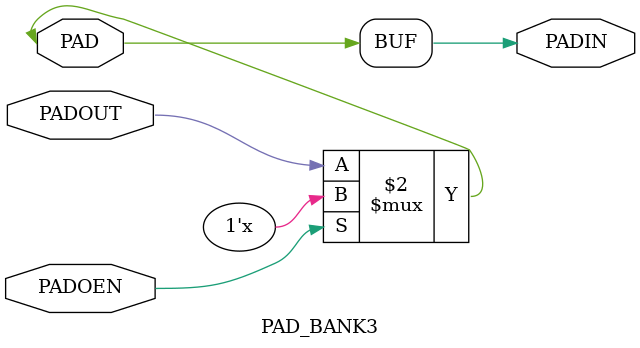
<source format=v>
`timescale 10ps/1ps
module PAD_BANK3(PAD, PADIN, PADOUT, PADOEN);
inout PAD;
input PADOUT, PADOEN;
output PADIN;
parameter IO_STANDARD = "SB_LVCMOS25_8"; // SB_SSTL2_CLASS_2, SB_SSTL2_CLASS_1, SB_SSTL18_FULL, SB_SSTL18_HALF, SB_MDDR10, SB_MDDR8, SB_MDDR4, SB_MDDR2

assign PAD = (~PADOEN) ? PADOUT : 1'bz;
assign PADIN = PAD ;


endmodule

</source>
